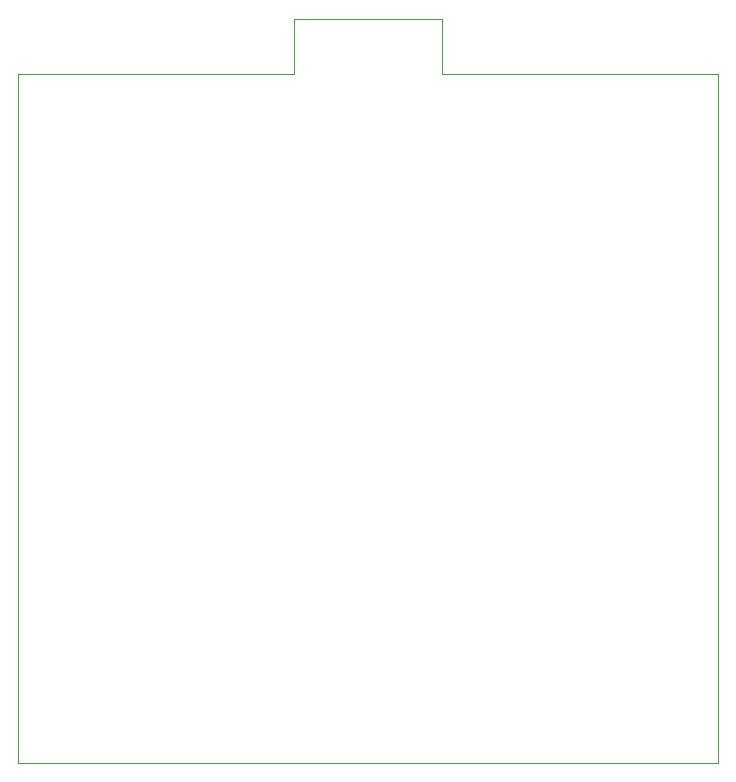
<source format=gbr>
%TF.GenerationSoftware,KiCad,Pcbnew,(6.0.5)*%
%TF.CreationDate,2022-06-21T07:34:41+08:00*%
%TF.ProjectId,unnamed-3k-v2,756e6e61-6d65-4642-9d33-6b2d76322e6b,rev?*%
%TF.SameCoordinates,Original*%
%TF.FileFunction,Profile,NP*%
%FSLAX46Y46*%
G04 Gerber Fmt 4.6, Leading zero omitted, Abs format (unit mm)*
G04 Created by KiCad (PCBNEW (6.0.5)) date 2022-06-21 07:34:41*
%MOMM*%
%LPD*%
G01*
G04 APERTURE LIST*
%TA.AperFunction,Profile*%
%ADD10C,0.050000*%
%TD*%
G04 APERTURE END LIST*
D10*
X86868000Y-64770000D02*
X86868000Y-60071000D01*
X86868000Y-60071000D02*
X99441000Y-60071000D01*
X99441000Y-60071000D02*
X99441000Y-64770000D01*
X99441000Y-64770000D02*
X122809000Y-64770000D01*
X63500000Y-64770000D02*
X86868000Y-64770000D01*
X122809000Y-64770000D02*
X122809000Y-123070000D01*
X63500000Y-64770000D02*
X63500000Y-123070000D01*
X122810000Y-123070000D02*
X63500000Y-123070000D01*
M02*

</source>
